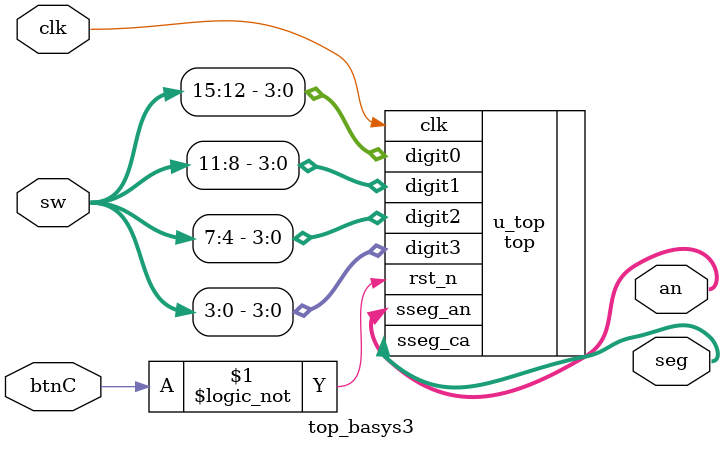
<source format=sv>
module top_basys3 (
    input wire clk,
    input wire btnC,
    input wire [15:0] sw,
    output wire [6:0] seg,
    output wire [3:0] an
);

top u_top(
    .clk(clk),
    .rst_n(!btnC),
    .digit0(sw[15:12]),
    .digit1(sw[11:8]),
    .digit2(sw[7:4]),
    .digit3(sw[3:0]),
    .sseg_ca(seg),
    .sseg_an(an)
);

endmodule

</source>
